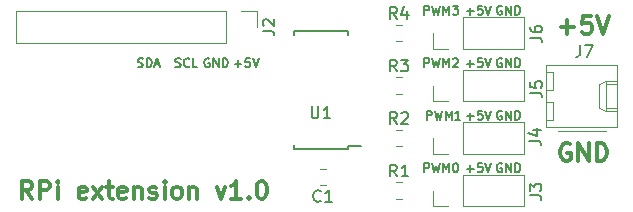
<source format=gbr>
G04 #@! TF.GenerationSoftware,KiCad,Pcbnew,5.0.2-1.fc29*
G04 #@! TF.CreationDate,2019-03-03T12:14:03+01:00*
G04 #@! TF.ProjectId,rpi-extension,7270692d-6578-4746-956e-73696f6e2e6b,rev?*
G04 #@! TF.SameCoordinates,Original*
G04 #@! TF.FileFunction,Legend,Top*
G04 #@! TF.FilePolarity,Positive*
%FSLAX46Y46*%
G04 Gerber Fmt 4.6, Leading zero omitted, Abs format (unit mm)*
G04 Created by KiCad (PCBNEW 5.0.2-1.fc29) date Sun 03 Mar 2019 12:14:03 PM CET*
%MOMM*%
%LPD*%
G01*
G04 APERTURE LIST*
%ADD10C,0.300000*%
%ADD11C,0.187500*%
%ADD12C,0.120000*%
%ADD13C,0.150000*%
G04 APERTURE END LIST*
D10*
X89214714Y-94023571D02*
X88714714Y-93309285D01*
X88357571Y-94023571D02*
X88357571Y-92523571D01*
X88929000Y-92523571D01*
X89071857Y-92595000D01*
X89143285Y-92666428D01*
X89214714Y-92809285D01*
X89214714Y-93023571D01*
X89143285Y-93166428D01*
X89071857Y-93237857D01*
X88929000Y-93309285D01*
X88357571Y-93309285D01*
X89857571Y-94023571D02*
X89857571Y-92523571D01*
X90429000Y-92523571D01*
X90571857Y-92595000D01*
X90643285Y-92666428D01*
X90714714Y-92809285D01*
X90714714Y-93023571D01*
X90643285Y-93166428D01*
X90571857Y-93237857D01*
X90429000Y-93309285D01*
X89857571Y-93309285D01*
X91357571Y-94023571D02*
X91357571Y-93023571D01*
X91357571Y-92523571D02*
X91286142Y-92595000D01*
X91357571Y-92666428D01*
X91429000Y-92595000D01*
X91357571Y-92523571D01*
X91357571Y-92666428D01*
X93786142Y-93952142D02*
X93643285Y-94023571D01*
X93357571Y-94023571D01*
X93214714Y-93952142D01*
X93143285Y-93809285D01*
X93143285Y-93237857D01*
X93214714Y-93095000D01*
X93357571Y-93023571D01*
X93643285Y-93023571D01*
X93786142Y-93095000D01*
X93857571Y-93237857D01*
X93857571Y-93380714D01*
X93143285Y-93523571D01*
X94357571Y-94023571D02*
X95143285Y-93023571D01*
X94357571Y-93023571D02*
X95143285Y-94023571D01*
X95500428Y-93023571D02*
X96071857Y-93023571D01*
X95714714Y-92523571D02*
X95714714Y-93809285D01*
X95786142Y-93952142D01*
X95929000Y-94023571D01*
X96071857Y-94023571D01*
X97143285Y-93952142D02*
X97000428Y-94023571D01*
X96714714Y-94023571D01*
X96571857Y-93952142D01*
X96500428Y-93809285D01*
X96500428Y-93237857D01*
X96571857Y-93095000D01*
X96714714Y-93023571D01*
X97000428Y-93023571D01*
X97143285Y-93095000D01*
X97214714Y-93237857D01*
X97214714Y-93380714D01*
X96500428Y-93523571D01*
X97857571Y-93023571D02*
X97857571Y-94023571D01*
X97857571Y-93166428D02*
X97929000Y-93095000D01*
X98071857Y-93023571D01*
X98286142Y-93023571D01*
X98429000Y-93095000D01*
X98500428Y-93237857D01*
X98500428Y-94023571D01*
X99143285Y-93952142D02*
X99286142Y-94023571D01*
X99571857Y-94023571D01*
X99714714Y-93952142D01*
X99786142Y-93809285D01*
X99786142Y-93737857D01*
X99714714Y-93595000D01*
X99571857Y-93523571D01*
X99357571Y-93523571D01*
X99214714Y-93452142D01*
X99143285Y-93309285D01*
X99143285Y-93237857D01*
X99214714Y-93095000D01*
X99357571Y-93023571D01*
X99571857Y-93023571D01*
X99714714Y-93095000D01*
X100429000Y-94023571D02*
X100429000Y-93023571D01*
X100429000Y-92523571D02*
X100357571Y-92595000D01*
X100429000Y-92666428D01*
X100500428Y-92595000D01*
X100429000Y-92523571D01*
X100429000Y-92666428D01*
X101357571Y-94023571D02*
X101214714Y-93952142D01*
X101143285Y-93880714D01*
X101071857Y-93737857D01*
X101071857Y-93309285D01*
X101143285Y-93166428D01*
X101214714Y-93095000D01*
X101357571Y-93023571D01*
X101571857Y-93023571D01*
X101714714Y-93095000D01*
X101786142Y-93166428D01*
X101857571Y-93309285D01*
X101857571Y-93737857D01*
X101786142Y-93880714D01*
X101714714Y-93952142D01*
X101571857Y-94023571D01*
X101357571Y-94023571D01*
X102500428Y-93023571D02*
X102500428Y-94023571D01*
X102500428Y-93166428D02*
X102571857Y-93095000D01*
X102714714Y-93023571D01*
X102929000Y-93023571D01*
X103071857Y-93095000D01*
X103143285Y-93237857D01*
X103143285Y-94023571D01*
X104857571Y-93023571D02*
X105214714Y-94023571D01*
X105571857Y-93023571D01*
X106929000Y-94023571D02*
X106071857Y-94023571D01*
X106500428Y-94023571D02*
X106500428Y-92523571D01*
X106357571Y-92737857D01*
X106214714Y-92880714D01*
X106071857Y-92952142D01*
X107571857Y-93880714D02*
X107643285Y-93952142D01*
X107571857Y-94023571D01*
X107500428Y-93952142D01*
X107571857Y-93880714D01*
X107571857Y-94023571D01*
X108571857Y-92523571D02*
X108714714Y-92523571D01*
X108857571Y-92595000D01*
X108929000Y-92666428D01*
X109000428Y-92809285D01*
X109071857Y-93095000D01*
X109071857Y-93452142D01*
X109000428Y-93737857D01*
X108929000Y-93880714D01*
X108857571Y-93952142D01*
X108714714Y-94023571D01*
X108571857Y-94023571D01*
X108429000Y-93952142D01*
X108357571Y-93880714D01*
X108286142Y-93737857D01*
X108214714Y-93452142D01*
X108214714Y-93095000D01*
X108286142Y-92809285D01*
X108357571Y-92666428D01*
X108429000Y-92595000D01*
X108571857Y-92523571D01*
D11*
X122608125Y-87334285D02*
X122608125Y-86584285D01*
X122893839Y-86584285D01*
X122965267Y-86620000D01*
X123000982Y-86655714D01*
X123036696Y-86727142D01*
X123036696Y-86834285D01*
X123000982Y-86905714D01*
X122965267Y-86941428D01*
X122893839Y-86977142D01*
X122608125Y-86977142D01*
X123286696Y-86584285D02*
X123465267Y-87334285D01*
X123608125Y-86798571D01*
X123750982Y-87334285D01*
X123929553Y-86584285D01*
X124215267Y-87334285D02*
X124215267Y-86584285D01*
X124465267Y-87120000D01*
X124715267Y-86584285D01*
X124715267Y-87334285D01*
X125465267Y-87334285D02*
X125036696Y-87334285D01*
X125250982Y-87334285D02*
X125250982Y-86584285D01*
X125179553Y-86691428D01*
X125108125Y-86762857D01*
X125036696Y-86798571D01*
X122414285Y-91779285D02*
X122414285Y-91029285D01*
X122700000Y-91029285D01*
X122771428Y-91065000D01*
X122807142Y-91100714D01*
X122842857Y-91172142D01*
X122842857Y-91279285D01*
X122807142Y-91350714D01*
X122771428Y-91386428D01*
X122700000Y-91422142D01*
X122414285Y-91422142D01*
X123092857Y-91029285D02*
X123271428Y-91779285D01*
X123414285Y-91243571D01*
X123557142Y-91779285D01*
X123735714Y-91029285D01*
X124021428Y-91779285D02*
X124021428Y-91029285D01*
X124271428Y-91565000D01*
X124521428Y-91029285D01*
X124521428Y-91779285D01*
X125021428Y-91029285D02*
X125092857Y-91029285D01*
X125164285Y-91065000D01*
X125200000Y-91100714D01*
X125235714Y-91172142D01*
X125271428Y-91315000D01*
X125271428Y-91493571D01*
X125235714Y-91636428D01*
X125200000Y-91707857D01*
X125164285Y-91743571D01*
X125092857Y-91779285D01*
X125021428Y-91779285D01*
X124950000Y-91743571D01*
X124914285Y-91707857D01*
X124878571Y-91636428D01*
X124842857Y-91493571D01*
X124842857Y-91315000D01*
X124878571Y-91172142D01*
X124914285Y-91100714D01*
X124950000Y-91065000D01*
X125021428Y-91029285D01*
X122414285Y-82889285D02*
X122414285Y-82139285D01*
X122700000Y-82139285D01*
X122771428Y-82175000D01*
X122807142Y-82210714D01*
X122842857Y-82282142D01*
X122842857Y-82389285D01*
X122807142Y-82460714D01*
X122771428Y-82496428D01*
X122700000Y-82532142D01*
X122414285Y-82532142D01*
X123092857Y-82139285D02*
X123271428Y-82889285D01*
X123414285Y-82353571D01*
X123557142Y-82889285D01*
X123735714Y-82139285D01*
X124021428Y-82889285D02*
X124021428Y-82139285D01*
X124271428Y-82675000D01*
X124521428Y-82139285D01*
X124521428Y-82889285D01*
X124842857Y-82210714D02*
X124878571Y-82175000D01*
X124950000Y-82139285D01*
X125128571Y-82139285D01*
X125200000Y-82175000D01*
X125235714Y-82210714D01*
X125271428Y-82282142D01*
X125271428Y-82353571D01*
X125235714Y-82460714D01*
X124807142Y-82889285D01*
X125271428Y-82889285D01*
X122414285Y-78444285D02*
X122414285Y-77694285D01*
X122700000Y-77694285D01*
X122771428Y-77730000D01*
X122807142Y-77765714D01*
X122842857Y-77837142D01*
X122842857Y-77944285D01*
X122807142Y-78015714D01*
X122771428Y-78051428D01*
X122700000Y-78087142D01*
X122414285Y-78087142D01*
X123092857Y-77694285D02*
X123271428Y-78444285D01*
X123414285Y-77908571D01*
X123557142Y-78444285D01*
X123735714Y-77694285D01*
X124021428Y-78444285D02*
X124021428Y-77694285D01*
X124271428Y-78230000D01*
X124521428Y-77694285D01*
X124521428Y-78444285D01*
X124807142Y-77694285D02*
X125271428Y-77694285D01*
X125021428Y-77980000D01*
X125128571Y-77980000D01*
X125200000Y-78015714D01*
X125235714Y-78051428D01*
X125271428Y-78122857D01*
X125271428Y-78301428D01*
X125235714Y-78372857D01*
X125200000Y-78408571D01*
X125128571Y-78444285D01*
X124914285Y-78444285D01*
X124842857Y-78408571D01*
X124807142Y-78372857D01*
X128968571Y-91065000D02*
X128897142Y-91029285D01*
X128790000Y-91029285D01*
X128682857Y-91065000D01*
X128611428Y-91136428D01*
X128575714Y-91207857D01*
X128540000Y-91350714D01*
X128540000Y-91457857D01*
X128575714Y-91600714D01*
X128611428Y-91672142D01*
X128682857Y-91743571D01*
X128790000Y-91779285D01*
X128861428Y-91779285D01*
X128968571Y-91743571D01*
X129004285Y-91707857D01*
X129004285Y-91457857D01*
X128861428Y-91457857D01*
X129325714Y-91779285D02*
X129325714Y-91029285D01*
X129754285Y-91779285D01*
X129754285Y-91029285D01*
X130111428Y-91779285D02*
X130111428Y-91029285D01*
X130290000Y-91029285D01*
X130397142Y-91065000D01*
X130468571Y-91136428D01*
X130504285Y-91207857D01*
X130540000Y-91350714D01*
X130540000Y-91457857D01*
X130504285Y-91600714D01*
X130468571Y-91672142D01*
X130397142Y-91743571D01*
X130290000Y-91779285D01*
X130111428Y-91779285D01*
X128968571Y-86620000D02*
X128897142Y-86584285D01*
X128790000Y-86584285D01*
X128682857Y-86620000D01*
X128611428Y-86691428D01*
X128575714Y-86762857D01*
X128540000Y-86905714D01*
X128540000Y-87012857D01*
X128575714Y-87155714D01*
X128611428Y-87227142D01*
X128682857Y-87298571D01*
X128790000Y-87334285D01*
X128861428Y-87334285D01*
X128968571Y-87298571D01*
X129004285Y-87262857D01*
X129004285Y-87012857D01*
X128861428Y-87012857D01*
X129325714Y-87334285D02*
X129325714Y-86584285D01*
X129754285Y-87334285D01*
X129754285Y-86584285D01*
X130111428Y-87334285D02*
X130111428Y-86584285D01*
X130290000Y-86584285D01*
X130397142Y-86620000D01*
X130468571Y-86691428D01*
X130504285Y-86762857D01*
X130540000Y-86905714D01*
X130540000Y-87012857D01*
X130504285Y-87155714D01*
X130468571Y-87227142D01*
X130397142Y-87298571D01*
X130290000Y-87334285D01*
X130111428Y-87334285D01*
X128968571Y-82175000D02*
X128897142Y-82139285D01*
X128790000Y-82139285D01*
X128682857Y-82175000D01*
X128611428Y-82246428D01*
X128575714Y-82317857D01*
X128540000Y-82460714D01*
X128540000Y-82567857D01*
X128575714Y-82710714D01*
X128611428Y-82782142D01*
X128682857Y-82853571D01*
X128790000Y-82889285D01*
X128861428Y-82889285D01*
X128968571Y-82853571D01*
X129004285Y-82817857D01*
X129004285Y-82567857D01*
X128861428Y-82567857D01*
X129325714Y-82889285D02*
X129325714Y-82139285D01*
X129754285Y-82889285D01*
X129754285Y-82139285D01*
X130111428Y-82889285D02*
X130111428Y-82139285D01*
X130290000Y-82139285D01*
X130397142Y-82175000D01*
X130468571Y-82246428D01*
X130504285Y-82317857D01*
X130540000Y-82460714D01*
X130540000Y-82567857D01*
X130504285Y-82710714D01*
X130468571Y-82782142D01*
X130397142Y-82853571D01*
X130290000Y-82889285D01*
X130111428Y-82889285D01*
X128968571Y-77730000D02*
X128897142Y-77694285D01*
X128790000Y-77694285D01*
X128682857Y-77730000D01*
X128611428Y-77801428D01*
X128575714Y-77872857D01*
X128540000Y-78015714D01*
X128540000Y-78122857D01*
X128575714Y-78265714D01*
X128611428Y-78337142D01*
X128682857Y-78408571D01*
X128790000Y-78444285D01*
X128861428Y-78444285D01*
X128968571Y-78408571D01*
X129004285Y-78372857D01*
X129004285Y-78122857D01*
X128861428Y-78122857D01*
X129325714Y-78444285D02*
X129325714Y-77694285D01*
X129754285Y-78444285D01*
X129754285Y-77694285D01*
X130111428Y-78444285D02*
X130111428Y-77694285D01*
X130290000Y-77694285D01*
X130397142Y-77730000D01*
X130468571Y-77801428D01*
X130504285Y-77872857D01*
X130540000Y-78015714D01*
X130540000Y-78122857D01*
X130504285Y-78265714D01*
X130468571Y-78337142D01*
X130397142Y-78408571D01*
X130290000Y-78444285D01*
X130111428Y-78444285D01*
X126035714Y-91493571D02*
X126607142Y-91493571D01*
X126321428Y-91779285D02*
X126321428Y-91207857D01*
X127321428Y-91029285D02*
X126964285Y-91029285D01*
X126928571Y-91386428D01*
X126964285Y-91350714D01*
X127035714Y-91315000D01*
X127214285Y-91315000D01*
X127285714Y-91350714D01*
X127321428Y-91386428D01*
X127357142Y-91457857D01*
X127357142Y-91636428D01*
X127321428Y-91707857D01*
X127285714Y-91743571D01*
X127214285Y-91779285D01*
X127035714Y-91779285D01*
X126964285Y-91743571D01*
X126928571Y-91707857D01*
X127571428Y-91029285D02*
X127821428Y-91779285D01*
X128071428Y-91029285D01*
X126035714Y-87048571D02*
X126607142Y-87048571D01*
X126321428Y-87334285D02*
X126321428Y-86762857D01*
X127321428Y-86584285D02*
X126964285Y-86584285D01*
X126928571Y-86941428D01*
X126964285Y-86905714D01*
X127035714Y-86870000D01*
X127214285Y-86870000D01*
X127285714Y-86905714D01*
X127321428Y-86941428D01*
X127357142Y-87012857D01*
X127357142Y-87191428D01*
X127321428Y-87262857D01*
X127285714Y-87298571D01*
X127214285Y-87334285D01*
X127035714Y-87334285D01*
X126964285Y-87298571D01*
X126928571Y-87262857D01*
X127571428Y-86584285D02*
X127821428Y-87334285D01*
X128071428Y-86584285D01*
X126035714Y-82603571D02*
X126607142Y-82603571D01*
X126321428Y-82889285D02*
X126321428Y-82317857D01*
X127321428Y-82139285D02*
X126964285Y-82139285D01*
X126928571Y-82496428D01*
X126964285Y-82460714D01*
X127035714Y-82425000D01*
X127214285Y-82425000D01*
X127285714Y-82460714D01*
X127321428Y-82496428D01*
X127357142Y-82567857D01*
X127357142Y-82746428D01*
X127321428Y-82817857D01*
X127285714Y-82853571D01*
X127214285Y-82889285D01*
X127035714Y-82889285D01*
X126964285Y-82853571D01*
X126928571Y-82817857D01*
X127571428Y-82139285D02*
X127821428Y-82889285D01*
X128071428Y-82139285D01*
X126035714Y-78158571D02*
X126607142Y-78158571D01*
X126321428Y-78444285D02*
X126321428Y-77872857D01*
X127321428Y-77694285D02*
X126964285Y-77694285D01*
X126928571Y-78051428D01*
X126964285Y-78015714D01*
X127035714Y-77980000D01*
X127214285Y-77980000D01*
X127285714Y-78015714D01*
X127321428Y-78051428D01*
X127357142Y-78122857D01*
X127357142Y-78301428D01*
X127321428Y-78372857D01*
X127285714Y-78408571D01*
X127214285Y-78444285D01*
X127035714Y-78444285D01*
X126964285Y-78408571D01*
X126928571Y-78372857D01*
X127571428Y-77694285D02*
X127821428Y-78444285D01*
X128071428Y-77694285D01*
X98149285Y-82853571D02*
X98256428Y-82889285D01*
X98435000Y-82889285D01*
X98506428Y-82853571D01*
X98542142Y-82817857D01*
X98577857Y-82746428D01*
X98577857Y-82675000D01*
X98542142Y-82603571D01*
X98506428Y-82567857D01*
X98435000Y-82532142D01*
X98292142Y-82496428D01*
X98220714Y-82460714D01*
X98185000Y-82425000D01*
X98149285Y-82353571D01*
X98149285Y-82282142D01*
X98185000Y-82210714D01*
X98220714Y-82175000D01*
X98292142Y-82139285D01*
X98470714Y-82139285D01*
X98577857Y-82175000D01*
X98899285Y-82889285D02*
X98899285Y-82139285D01*
X99077857Y-82139285D01*
X99185000Y-82175000D01*
X99256428Y-82246428D01*
X99292142Y-82317857D01*
X99327857Y-82460714D01*
X99327857Y-82567857D01*
X99292142Y-82710714D01*
X99256428Y-82782142D01*
X99185000Y-82853571D01*
X99077857Y-82889285D01*
X98899285Y-82889285D01*
X99613571Y-82675000D02*
X99970714Y-82675000D01*
X99542142Y-82889285D02*
X99792142Y-82139285D01*
X100042142Y-82889285D01*
X101342142Y-82853571D02*
X101449285Y-82889285D01*
X101627857Y-82889285D01*
X101699285Y-82853571D01*
X101735000Y-82817857D01*
X101770714Y-82746428D01*
X101770714Y-82675000D01*
X101735000Y-82603571D01*
X101699285Y-82567857D01*
X101627857Y-82532142D01*
X101485000Y-82496428D01*
X101413571Y-82460714D01*
X101377857Y-82425000D01*
X101342142Y-82353571D01*
X101342142Y-82282142D01*
X101377857Y-82210714D01*
X101413571Y-82175000D01*
X101485000Y-82139285D01*
X101663571Y-82139285D01*
X101770714Y-82175000D01*
X102520714Y-82817857D02*
X102485000Y-82853571D01*
X102377857Y-82889285D01*
X102306428Y-82889285D01*
X102199285Y-82853571D01*
X102127857Y-82782142D01*
X102092142Y-82710714D01*
X102056428Y-82567857D01*
X102056428Y-82460714D01*
X102092142Y-82317857D01*
X102127857Y-82246428D01*
X102199285Y-82175000D01*
X102306428Y-82139285D01*
X102377857Y-82139285D01*
X102485000Y-82175000D01*
X102520714Y-82210714D01*
X103199285Y-82889285D02*
X102842142Y-82889285D01*
X102842142Y-82139285D01*
X104203571Y-82175000D02*
X104132142Y-82139285D01*
X104025000Y-82139285D01*
X103917857Y-82175000D01*
X103846428Y-82246428D01*
X103810714Y-82317857D01*
X103775000Y-82460714D01*
X103775000Y-82567857D01*
X103810714Y-82710714D01*
X103846428Y-82782142D01*
X103917857Y-82853571D01*
X104025000Y-82889285D01*
X104096428Y-82889285D01*
X104203571Y-82853571D01*
X104239285Y-82817857D01*
X104239285Y-82567857D01*
X104096428Y-82567857D01*
X104560714Y-82889285D02*
X104560714Y-82139285D01*
X104989285Y-82889285D01*
X104989285Y-82139285D01*
X105346428Y-82889285D02*
X105346428Y-82139285D01*
X105525000Y-82139285D01*
X105632142Y-82175000D01*
X105703571Y-82246428D01*
X105739285Y-82317857D01*
X105775000Y-82460714D01*
X105775000Y-82567857D01*
X105739285Y-82710714D01*
X105703571Y-82782142D01*
X105632142Y-82853571D01*
X105525000Y-82889285D01*
X105346428Y-82889285D01*
X106350714Y-82603571D02*
X106922142Y-82603571D01*
X106636428Y-82889285D02*
X106636428Y-82317857D01*
X107636428Y-82139285D02*
X107279285Y-82139285D01*
X107243571Y-82496428D01*
X107279285Y-82460714D01*
X107350714Y-82425000D01*
X107529285Y-82425000D01*
X107600714Y-82460714D01*
X107636428Y-82496428D01*
X107672142Y-82567857D01*
X107672142Y-82746428D01*
X107636428Y-82817857D01*
X107600714Y-82853571D01*
X107529285Y-82889285D01*
X107350714Y-82889285D01*
X107279285Y-82853571D01*
X107243571Y-82817857D01*
X107886428Y-82139285D02*
X108136428Y-82889285D01*
X108386428Y-82139285D01*
D10*
X133961428Y-79482142D02*
X135104285Y-79482142D01*
X134532857Y-80053571D02*
X134532857Y-78910714D01*
X136532857Y-78553571D02*
X135818571Y-78553571D01*
X135747142Y-79267857D01*
X135818571Y-79196428D01*
X135961428Y-79125000D01*
X136318571Y-79125000D01*
X136461428Y-79196428D01*
X136532857Y-79267857D01*
X136604285Y-79410714D01*
X136604285Y-79767857D01*
X136532857Y-79910714D01*
X136461428Y-79982142D01*
X136318571Y-80053571D01*
X135961428Y-80053571D01*
X135818571Y-79982142D01*
X135747142Y-79910714D01*
X137032857Y-78553571D02*
X137532857Y-80053571D01*
X138032857Y-78553571D01*
X134747142Y-89420000D02*
X134604285Y-89348571D01*
X134390000Y-89348571D01*
X134175714Y-89420000D01*
X134032857Y-89562857D01*
X133961428Y-89705714D01*
X133890000Y-89991428D01*
X133890000Y-90205714D01*
X133961428Y-90491428D01*
X134032857Y-90634285D01*
X134175714Y-90777142D01*
X134390000Y-90848571D01*
X134532857Y-90848571D01*
X134747142Y-90777142D01*
X134818571Y-90705714D01*
X134818571Y-90205714D01*
X134532857Y-90205714D01*
X135461428Y-90848571D02*
X135461428Y-89348571D01*
X136318571Y-90848571D01*
X136318571Y-89348571D01*
X137032857Y-90848571D02*
X137032857Y-89348571D01*
X137390000Y-89348571D01*
X137604285Y-89420000D01*
X137747142Y-89562857D01*
X137818571Y-89705714D01*
X137890000Y-89991428D01*
X137890000Y-90205714D01*
X137818571Y-90491428D01*
X137747142Y-90634285D01*
X137604285Y-90777142D01*
X137390000Y-90848571D01*
X137032857Y-90848571D01*
D12*
G04 #@! TO.C,R4*
X119998748Y-80720000D02*
X120521252Y-80720000D01*
X119998748Y-79300000D02*
X120521252Y-79300000D01*
G04 #@! TO.C,R3*
X119998748Y-83745000D02*
X120521252Y-83745000D01*
X119998748Y-85165000D02*
X120521252Y-85165000D01*
G04 #@! TO.C,R2*
X119998748Y-89610000D02*
X120521252Y-89610000D01*
X119998748Y-88190000D02*
X120521252Y-88190000D01*
G04 #@! TO.C,R1*
X120007748Y-92635000D02*
X120530252Y-92635000D01*
X120007748Y-94055000D02*
X120530252Y-94055000D01*
G04 #@! TO.C,J7*
X133333000Y-83274000D02*
X132733000Y-83274000D01*
X133333000Y-84874000D02*
X133333000Y-83274000D01*
X132733000Y-84874000D02*
X133333000Y-84874000D01*
X133333000Y-85814000D02*
X132733000Y-85814000D01*
X133333000Y-87414000D02*
X133333000Y-85814000D01*
X132733000Y-87414000D02*
X133333000Y-87414000D01*
X138753000Y-84324000D02*
X137753000Y-84324000D01*
X138753000Y-86364000D02*
X137753000Y-86364000D01*
X137223000Y-84324000D02*
X137753000Y-84074000D01*
X137223000Y-86364000D02*
X137223000Y-84324000D01*
X137753000Y-86614000D02*
X137223000Y-86364000D01*
X137753000Y-84074000D02*
X138753000Y-84074000D01*
X137753000Y-86614000D02*
X137753000Y-84074000D01*
X138753000Y-86614000D02*
X137753000Y-86614000D01*
X133763000Y-88284000D02*
X137763000Y-88284000D01*
X132733000Y-82694000D02*
X132733000Y-87994000D01*
X138753000Y-82694000D02*
X132733000Y-82694000D01*
X138753000Y-87994000D02*
X138753000Y-82694000D01*
X132733000Y-87994000D02*
X138753000Y-87994000D01*
G04 #@! TO.C,C1*
X114062252Y-91492000D02*
X113539748Y-91492000D01*
X114062252Y-92912000D02*
X113539748Y-92912000D01*
G04 #@! TO.C,J2*
X108264000Y-78172000D02*
X108264000Y-79502000D01*
X106934000Y-78172000D02*
X108264000Y-78172000D01*
X105664000Y-78172000D02*
X105664000Y-80832000D01*
X105664000Y-80832000D02*
X87824000Y-80832000D01*
X105664000Y-78172000D02*
X87824000Y-78172000D01*
X87824000Y-78172000D02*
X87824000Y-80832000D01*
G04 #@! TO.C,J3*
X123130000Y-94675000D02*
X123130000Y-93345000D01*
X124460000Y-94675000D02*
X123130000Y-94675000D01*
X125730000Y-94675000D02*
X125730000Y-92015000D01*
X125730000Y-92015000D02*
X130870000Y-92015000D01*
X125730000Y-94675000D02*
X130870000Y-94675000D01*
X130870000Y-94675000D02*
X130870000Y-92015000D01*
G04 #@! TO.C,J4*
X123130000Y-90230000D02*
X123130000Y-88900000D01*
X124460000Y-90230000D02*
X123130000Y-90230000D01*
X125730000Y-90230000D02*
X125730000Y-87570000D01*
X125730000Y-87570000D02*
X130870000Y-87570000D01*
X125730000Y-90230000D02*
X130870000Y-90230000D01*
X130870000Y-90230000D02*
X130870000Y-87570000D01*
G04 #@! TO.C,J5*
X123130000Y-85785000D02*
X123130000Y-84455000D01*
X124460000Y-85785000D02*
X123130000Y-85785000D01*
X125730000Y-85785000D02*
X125730000Y-83125000D01*
X125730000Y-83125000D02*
X130870000Y-83125000D01*
X125730000Y-85785000D02*
X130870000Y-85785000D01*
X130870000Y-85785000D02*
X130870000Y-83125000D01*
G04 #@! TO.C,J6*
X123130000Y-81340000D02*
X123130000Y-80010000D01*
X124460000Y-81340000D02*
X123130000Y-81340000D01*
X125730000Y-81340000D02*
X125730000Y-78680000D01*
X125730000Y-78680000D02*
X130870000Y-78680000D01*
X125730000Y-81340000D02*
X130870000Y-81340000D01*
X130870000Y-81340000D02*
X130870000Y-78680000D01*
D13*
G04 #@! TO.C,U1*
X115990000Y-89586000D02*
X117065000Y-89586000D01*
X115990000Y-79861000D02*
X111340000Y-79861000D01*
X115990000Y-89811000D02*
X111340000Y-89811000D01*
X115990000Y-79861000D02*
X115990000Y-80186000D01*
X111340000Y-79861000D02*
X111340000Y-80186000D01*
X111340000Y-89811000D02*
X111340000Y-89486000D01*
X115990000Y-89811000D02*
X115990000Y-89586000D01*
G04 #@! TO.C,R4*
X120093333Y-78812380D02*
X119760000Y-78336190D01*
X119521904Y-78812380D02*
X119521904Y-77812380D01*
X119902857Y-77812380D01*
X119998095Y-77860000D01*
X120045714Y-77907619D01*
X120093333Y-78002857D01*
X120093333Y-78145714D01*
X120045714Y-78240952D01*
X119998095Y-78288571D01*
X119902857Y-78336190D01*
X119521904Y-78336190D01*
X120950476Y-78145714D02*
X120950476Y-78812380D01*
X120712380Y-77764761D02*
X120474285Y-78479047D01*
X121093333Y-78479047D01*
G04 #@! TO.C,R3*
X120093333Y-83257380D02*
X119760000Y-82781190D01*
X119521904Y-83257380D02*
X119521904Y-82257380D01*
X119902857Y-82257380D01*
X119998095Y-82305000D01*
X120045714Y-82352619D01*
X120093333Y-82447857D01*
X120093333Y-82590714D01*
X120045714Y-82685952D01*
X119998095Y-82733571D01*
X119902857Y-82781190D01*
X119521904Y-82781190D01*
X120426666Y-82257380D02*
X121045714Y-82257380D01*
X120712380Y-82638333D01*
X120855238Y-82638333D01*
X120950476Y-82685952D01*
X120998095Y-82733571D01*
X121045714Y-82828809D01*
X121045714Y-83066904D01*
X120998095Y-83162142D01*
X120950476Y-83209761D01*
X120855238Y-83257380D01*
X120569523Y-83257380D01*
X120474285Y-83209761D01*
X120426666Y-83162142D01*
G04 #@! TO.C,R2*
X120093333Y-87702380D02*
X119760000Y-87226190D01*
X119521904Y-87702380D02*
X119521904Y-86702380D01*
X119902857Y-86702380D01*
X119998095Y-86750000D01*
X120045714Y-86797619D01*
X120093333Y-86892857D01*
X120093333Y-87035714D01*
X120045714Y-87130952D01*
X119998095Y-87178571D01*
X119902857Y-87226190D01*
X119521904Y-87226190D01*
X120474285Y-86797619D02*
X120521904Y-86750000D01*
X120617142Y-86702380D01*
X120855238Y-86702380D01*
X120950476Y-86750000D01*
X120998095Y-86797619D01*
X121045714Y-86892857D01*
X121045714Y-86988095D01*
X120998095Y-87130952D01*
X120426666Y-87702380D01*
X121045714Y-87702380D01*
G04 #@! TO.C,R1*
X120102333Y-92147380D02*
X119769000Y-91671190D01*
X119530904Y-92147380D02*
X119530904Y-91147380D01*
X119911857Y-91147380D01*
X120007095Y-91195000D01*
X120054714Y-91242619D01*
X120102333Y-91337857D01*
X120102333Y-91480714D01*
X120054714Y-91575952D01*
X120007095Y-91623571D01*
X119911857Y-91671190D01*
X119530904Y-91671190D01*
X121054714Y-92147380D02*
X120483285Y-92147380D01*
X120769000Y-92147380D02*
X120769000Y-91147380D01*
X120673761Y-91290238D01*
X120578523Y-91385476D01*
X120483285Y-91433095D01*
G04 #@! TO.C,J7*
X135607466Y-81037180D02*
X135607466Y-81751466D01*
X135559847Y-81894323D01*
X135464609Y-81989561D01*
X135321752Y-82037180D01*
X135226514Y-82037180D01*
X135988419Y-81037180D02*
X136655085Y-81037180D01*
X136226514Y-82037180D01*
G04 #@! TO.C,C1*
X113634333Y-94209142D02*
X113586714Y-94256761D01*
X113443857Y-94304380D01*
X113348619Y-94304380D01*
X113205761Y-94256761D01*
X113110523Y-94161523D01*
X113062904Y-94066285D01*
X113015285Y-93875809D01*
X113015285Y-93732952D01*
X113062904Y-93542476D01*
X113110523Y-93447238D01*
X113205761Y-93352000D01*
X113348619Y-93304380D01*
X113443857Y-93304380D01*
X113586714Y-93352000D01*
X113634333Y-93399619D01*
X114586714Y-94304380D02*
X114015285Y-94304380D01*
X114301000Y-94304380D02*
X114301000Y-93304380D01*
X114205761Y-93447238D01*
X114110523Y-93542476D01*
X114015285Y-93590095D01*
G04 #@! TO.C,J2*
X108716380Y-79835333D02*
X109430666Y-79835333D01*
X109573523Y-79882952D01*
X109668761Y-79978190D01*
X109716380Y-80121047D01*
X109716380Y-80216285D01*
X108811619Y-79406761D02*
X108764000Y-79359142D01*
X108716380Y-79263904D01*
X108716380Y-79025809D01*
X108764000Y-78930571D01*
X108811619Y-78882952D01*
X108906857Y-78835333D01*
X109002095Y-78835333D01*
X109144952Y-78882952D01*
X109716380Y-79454380D01*
X109716380Y-78835333D01*
G04 #@! TO.C,J3*
X131329180Y-93754533D02*
X132043466Y-93754533D01*
X132186323Y-93802152D01*
X132281561Y-93897390D01*
X132329180Y-94040247D01*
X132329180Y-94135485D01*
X131329180Y-93373580D02*
X131329180Y-92754533D01*
X131710133Y-93087866D01*
X131710133Y-92945009D01*
X131757752Y-92849771D01*
X131805371Y-92802152D01*
X131900609Y-92754533D01*
X132138704Y-92754533D01*
X132233942Y-92802152D01*
X132281561Y-92849771D01*
X132329180Y-92945009D01*
X132329180Y-93230723D01*
X132281561Y-93325961D01*
X132233942Y-93373580D01*
G04 #@! TO.C,J4*
X131278380Y-89131733D02*
X131992666Y-89131733D01*
X132135523Y-89179352D01*
X132230761Y-89274590D01*
X132278380Y-89417447D01*
X132278380Y-89512685D01*
X131611714Y-88226971D02*
X132278380Y-88226971D01*
X131230761Y-88465066D02*
X131945047Y-88703161D01*
X131945047Y-88084114D01*
G04 #@! TO.C,J5*
X131379980Y-85067733D02*
X132094266Y-85067733D01*
X132237123Y-85115352D01*
X132332361Y-85210590D01*
X132379980Y-85353447D01*
X132379980Y-85448685D01*
X131379980Y-84115352D02*
X131379980Y-84591542D01*
X131856171Y-84639161D01*
X131808552Y-84591542D01*
X131760933Y-84496304D01*
X131760933Y-84258209D01*
X131808552Y-84162971D01*
X131856171Y-84115352D01*
X131951409Y-84067733D01*
X132189504Y-84067733D01*
X132284742Y-84115352D01*
X132332361Y-84162971D01*
X132379980Y-84258209D01*
X132379980Y-84496304D01*
X132332361Y-84591542D01*
X132284742Y-84639161D01*
G04 #@! TO.C,J6*
X131379980Y-80394133D02*
X132094266Y-80394133D01*
X132237123Y-80441752D01*
X132332361Y-80536990D01*
X132379980Y-80679847D01*
X132379980Y-80775085D01*
X131379980Y-79489371D02*
X131379980Y-79679847D01*
X131427600Y-79775085D01*
X131475219Y-79822704D01*
X131618076Y-79917942D01*
X131808552Y-79965561D01*
X132189504Y-79965561D01*
X132284742Y-79917942D01*
X132332361Y-79870323D01*
X132379980Y-79775085D01*
X132379980Y-79584609D01*
X132332361Y-79489371D01*
X132284742Y-79441752D01*
X132189504Y-79394133D01*
X131951409Y-79394133D01*
X131856171Y-79441752D01*
X131808552Y-79489371D01*
X131760933Y-79584609D01*
X131760933Y-79775085D01*
X131808552Y-79870323D01*
X131856171Y-79917942D01*
X131951409Y-79965561D01*
G04 #@! TO.C,U1*
X112877695Y-86218780D02*
X112877695Y-87028304D01*
X112925314Y-87123542D01*
X112972933Y-87171161D01*
X113068171Y-87218780D01*
X113258647Y-87218780D01*
X113353885Y-87171161D01*
X113401504Y-87123542D01*
X113449123Y-87028304D01*
X113449123Y-86218780D01*
X114449123Y-87218780D02*
X113877695Y-87218780D01*
X114163409Y-87218780D02*
X114163409Y-86218780D01*
X114068171Y-86361638D01*
X113972933Y-86456876D01*
X113877695Y-86504495D01*
G04 #@! TD*
M02*

</source>
